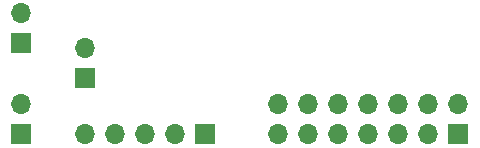
<source format=gbr>
%TF.GenerationSoftware,KiCad,Pcbnew,(6.0.7)*%
%TF.CreationDate,2023-01-15T17:04:05+01:00*%
%TF.ProjectId,I_CAN_has_carrot,495f4341-4e5f-4686-9173-5f636172726f,rev?*%
%TF.SameCoordinates,Original*%
%TF.FileFunction,Soldermask,Bot*%
%TF.FilePolarity,Negative*%
%FSLAX46Y46*%
G04 Gerber Fmt 4.6, Leading zero omitted, Abs format (unit mm)*
G04 Created by KiCad (PCBNEW (6.0.7)) date 2023-01-15 17:04:05*
%MOMM*%
%LPD*%
G01*
G04 APERTURE LIST*
%ADD10R,1.700000X1.700000*%
%ADD11O,1.700000X1.700000*%
G04 APERTURE END LIST*
D10*
%TO.C,J4*%
X117560000Y-63000000D03*
D11*
X115020000Y-63000000D03*
X112480000Y-63000000D03*
X109940000Y-63000000D03*
X107400000Y-63000000D03*
%TD*%
D10*
%TO.C,J2*%
X139000000Y-63000000D03*
D11*
X139000000Y-60460000D03*
X136460000Y-63000000D03*
X136460000Y-60460000D03*
X133920000Y-63000000D03*
X133920000Y-60460000D03*
X131380000Y-63000000D03*
X131380000Y-60460000D03*
X128840000Y-63000000D03*
X128840000Y-60460000D03*
X126300000Y-63000000D03*
X126300000Y-60460000D03*
X123760000Y-63000000D03*
X123760000Y-60460000D03*
%TD*%
D10*
%TO.C,J1*%
X107410000Y-58250000D03*
D11*
X107410000Y-55710000D03*
%TD*%
D10*
%TO.C,J3*%
X102000000Y-63000000D03*
D11*
X102000000Y-60460000D03*
%TD*%
D10*
%TO.C,J5*%
X102000000Y-55275000D03*
D11*
X102000000Y-52735000D03*
%TD*%
M02*

</source>
